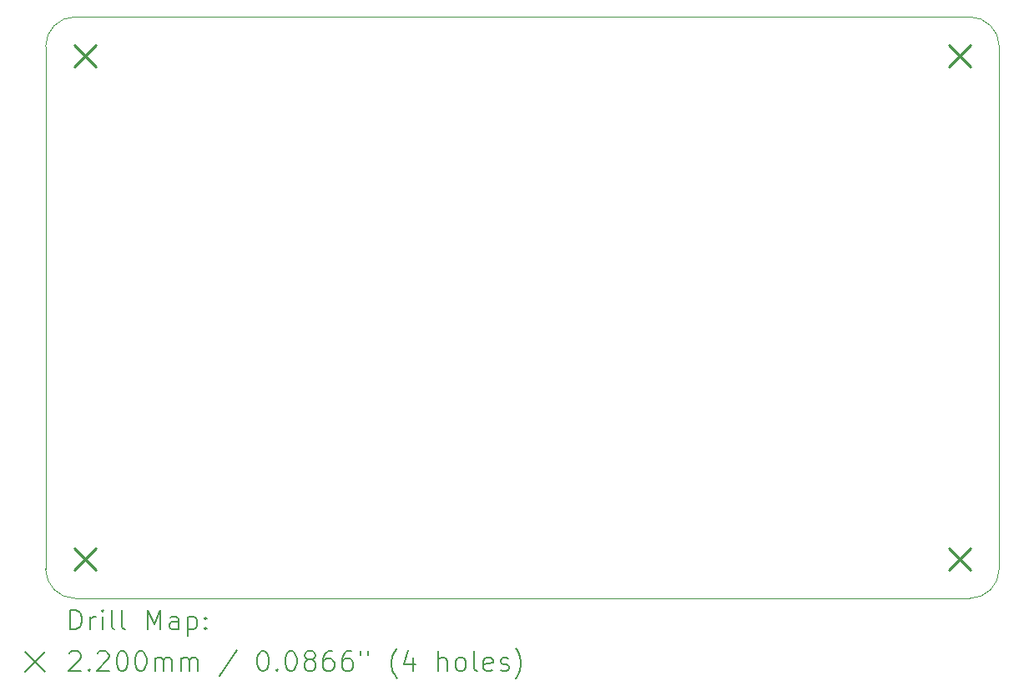
<source format=gbr>
%TF.GenerationSoftware,KiCad,Pcbnew,(6.0.7-1)-1*%
%TF.CreationDate,2022-08-16T19:52:38+02:00*%
%TF.ProjectId,wrist-support,77726973-742d-4737-9570-706f72742e6b,rev?*%
%TF.SameCoordinates,Original*%
%TF.FileFunction,Drillmap*%
%TF.FilePolarity,Positive*%
%FSLAX45Y45*%
G04 Gerber Fmt 4.5, Leading zero omitted, Abs format (unit mm)*
G04 Created by KiCad (PCBNEW (6.0.7-1)-1) date 2022-08-16 19:52:38*
%MOMM*%
%LPD*%
G01*
G04 APERTURE LIST*
%ADD10C,0.100000*%
%ADD11C,0.200000*%
%ADD12C,0.220000*%
G04 APERTURE END LIST*
D10*
X9675000Y-5600000D02*
X9675000Y-300000D01*
X0Y-5600000D02*
G75*
G03*
X300000Y-5900000I300000J0D01*
G01*
X300000Y0D02*
G75*
G03*
X0Y-300000I0J-300000D01*
G01*
X0Y-300000D02*
X0Y-5600000D01*
X9675000Y-300000D02*
G75*
G03*
X9375000Y0I-300000J0D01*
G01*
X300000Y0D02*
X9375000Y0D01*
X300000Y-5900000D02*
X9375000Y-5900000D01*
X9375000Y-5900000D02*
G75*
G03*
X9675000Y-5600000I0J300000D01*
G01*
D11*
D12*
X290000Y-290000D02*
X510000Y-510000D01*
X510000Y-290000D02*
X290000Y-510000D01*
X290000Y-5390000D02*
X510000Y-5610000D01*
X510000Y-5390000D02*
X290000Y-5610000D01*
X9165000Y-290000D02*
X9385000Y-510000D01*
X9385000Y-290000D02*
X9165000Y-510000D01*
X9165000Y-5390000D02*
X9385000Y-5610000D01*
X9385000Y-5390000D02*
X9165000Y-5610000D01*
D11*
X252619Y-6215476D02*
X252619Y-6015476D01*
X300238Y-6015476D01*
X328810Y-6025000D01*
X347857Y-6044048D01*
X357381Y-6063095D01*
X366905Y-6101190D01*
X366905Y-6129762D01*
X357381Y-6167857D01*
X347857Y-6186905D01*
X328810Y-6205952D01*
X300238Y-6215476D01*
X252619Y-6215476D01*
X452619Y-6215476D02*
X452619Y-6082143D01*
X452619Y-6120238D02*
X462143Y-6101190D01*
X471667Y-6091667D01*
X490714Y-6082143D01*
X509762Y-6082143D01*
X576429Y-6215476D02*
X576429Y-6082143D01*
X576429Y-6015476D02*
X566905Y-6025000D01*
X576429Y-6034524D01*
X585952Y-6025000D01*
X576429Y-6015476D01*
X576429Y-6034524D01*
X700238Y-6215476D02*
X681190Y-6205952D01*
X671667Y-6186905D01*
X671667Y-6015476D01*
X805000Y-6215476D02*
X785952Y-6205952D01*
X776428Y-6186905D01*
X776428Y-6015476D01*
X1033571Y-6215476D02*
X1033571Y-6015476D01*
X1100238Y-6158333D01*
X1166905Y-6015476D01*
X1166905Y-6215476D01*
X1347857Y-6215476D02*
X1347857Y-6110714D01*
X1338333Y-6091667D01*
X1319286Y-6082143D01*
X1281190Y-6082143D01*
X1262143Y-6091667D01*
X1347857Y-6205952D02*
X1328810Y-6215476D01*
X1281190Y-6215476D01*
X1262143Y-6205952D01*
X1252619Y-6186905D01*
X1252619Y-6167857D01*
X1262143Y-6148809D01*
X1281190Y-6139286D01*
X1328810Y-6139286D01*
X1347857Y-6129762D01*
X1443095Y-6082143D02*
X1443095Y-6282143D01*
X1443095Y-6091667D02*
X1462143Y-6082143D01*
X1500238Y-6082143D01*
X1519286Y-6091667D01*
X1528809Y-6101190D01*
X1538333Y-6120238D01*
X1538333Y-6177381D01*
X1528809Y-6196428D01*
X1519286Y-6205952D01*
X1500238Y-6215476D01*
X1462143Y-6215476D01*
X1443095Y-6205952D01*
X1624048Y-6196428D02*
X1633571Y-6205952D01*
X1624048Y-6215476D01*
X1614524Y-6205952D01*
X1624048Y-6196428D01*
X1624048Y-6215476D01*
X1624048Y-6091667D02*
X1633571Y-6101190D01*
X1624048Y-6110714D01*
X1614524Y-6101190D01*
X1624048Y-6091667D01*
X1624048Y-6110714D01*
X-205000Y-6445000D02*
X-5000Y-6645000D01*
X-5000Y-6445000D02*
X-205000Y-6645000D01*
X243095Y-6454524D02*
X252619Y-6445000D01*
X271667Y-6435476D01*
X319286Y-6435476D01*
X338333Y-6445000D01*
X347857Y-6454524D01*
X357381Y-6473571D01*
X357381Y-6492619D01*
X347857Y-6521190D01*
X233571Y-6635476D01*
X357381Y-6635476D01*
X443095Y-6616428D02*
X452619Y-6625952D01*
X443095Y-6635476D01*
X433571Y-6625952D01*
X443095Y-6616428D01*
X443095Y-6635476D01*
X528810Y-6454524D02*
X538333Y-6445000D01*
X557381Y-6435476D01*
X605000Y-6435476D01*
X624048Y-6445000D01*
X633571Y-6454524D01*
X643095Y-6473571D01*
X643095Y-6492619D01*
X633571Y-6521190D01*
X519286Y-6635476D01*
X643095Y-6635476D01*
X766905Y-6435476D02*
X785952Y-6435476D01*
X805000Y-6445000D01*
X814524Y-6454524D01*
X824048Y-6473571D01*
X833571Y-6511667D01*
X833571Y-6559286D01*
X824048Y-6597381D01*
X814524Y-6616428D01*
X805000Y-6625952D01*
X785952Y-6635476D01*
X766905Y-6635476D01*
X747857Y-6625952D01*
X738333Y-6616428D01*
X728809Y-6597381D01*
X719286Y-6559286D01*
X719286Y-6511667D01*
X728809Y-6473571D01*
X738333Y-6454524D01*
X747857Y-6445000D01*
X766905Y-6435476D01*
X957381Y-6435476D02*
X976428Y-6435476D01*
X995476Y-6445000D01*
X1005000Y-6454524D01*
X1014524Y-6473571D01*
X1024048Y-6511667D01*
X1024048Y-6559286D01*
X1014524Y-6597381D01*
X1005000Y-6616428D01*
X995476Y-6625952D01*
X976428Y-6635476D01*
X957381Y-6635476D01*
X938333Y-6625952D01*
X928809Y-6616428D01*
X919286Y-6597381D01*
X909762Y-6559286D01*
X909762Y-6511667D01*
X919286Y-6473571D01*
X928809Y-6454524D01*
X938333Y-6445000D01*
X957381Y-6435476D01*
X1109762Y-6635476D02*
X1109762Y-6502143D01*
X1109762Y-6521190D02*
X1119286Y-6511667D01*
X1138333Y-6502143D01*
X1166905Y-6502143D01*
X1185952Y-6511667D01*
X1195476Y-6530714D01*
X1195476Y-6635476D01*
X1195476Y-6530714D02*
X1205000Y-6511667D01*
X1224048Y-6502143D01*
X1252619Y-6502143D01*
X1271667Y-6511667D01*
X1281190Y-6530714D01*
X1281190Y-6635476D01*
X1376429Y-6635476D02*
X1376429Y-6502143D01*
X1376429Y-6521190D02*
X1385952Y-6511667D01*
X1405000Y-6502143D01*
X1433571Y-6502143D01*
X1452619Y-6511667D01*
X1462143Y-6530714D01*
X1462143Y-6635476D01*
X1462143Y-6530714D02*
X1471667Y-6511667D01*
X1490714Y-6502143D01*
X1519286Y-6502143D01*
X1538333Y-6511667D01*
X1547857Y-6530714D01*
X1547857Y-6635476D01*
X1938333Y-6425952D02*
X1766905Y-6683095D01*
X2195476Y-6435476D02*
X2214524Y-6435476D01*
X2233571Y-6445000D01*
X2243095Y-6454524D01*
X2252619Y-6473571D01*
X2262143Y-6511667D01*
X2262143Y-6559286D01*
X2252619Y-6597381D01*
X2243095Y-6616428D01*
X2233571Y-6625952D01*
X2214524Y-6635476D01*
X2195476Y-6635476D01*
X2176429Y-6625952D01*
X2166905Y-6616428D01*
X2157381Y-6597381D01*
X2147857Y-6559286D01*
X2147857Y-6511667D01*
X2157381Y-6473571D01*
X2166905Y-6454524D01*
X2176429Y-6445000D01*
X2195476Y-6435476D01*
X2347857Y-6616428D02*
X2357381Y-6625952D01*
X2347857Y-6635476D01*
X2338333Y-6625952D01*
X2347857Y-6616428D01*
X2347857Y-6635476D01*
X2481190Y-6435476D02*
X2500238Y-6435476D01*
X2519286Y-6445000D01*
X2528810Y-6454524D01*
X2538333Y-6473571D01*
X2547857Y-6511667D01*
X2547857Y-6559286D01*
X2538333Y-6597381D01*
X2528810Y-6616428D01*
X2519286Y-6625952D01*
X2500238Y-6635476D01*
X2481190Y-6635476D01*
X2462143Y-6625952D01*
X2452619Y-6616428D01*
X2443095Y-6597381D01*
X2433571Y-6559286D01*
X2433571Y-6511667D01*
X2443095Y-6473571D01*
X2452619Y-6454524D01*
X2462143Y-6445000D01*
X2481190Y-6435476D01*
X2662143Y-6521190D02*
X2643095Y-6511667D01*
X2633571Y-6502143D01*
X2624048Y-6483095D01*
X2624048Y-6473571D01*
X2633571Y-6454524D01*
X2643095Y-6445000D01*
X2662143Y-6435476D01*
X2700238Y-6435476D01*
X2719286Y-6445000D01*
X2728810Y-6454524D01*
X2738333Y-6473571D01*
X2738333Y-6483095D01*
X2728810Y-6502143D01*
X2719286Y-6511667D01*
X2700238Y-6521190D01*
X2662143Y-6521190D01*
X2643095Y-6530714D01*
X2633571Y-6540238D01*
X2624048Y-6559286D01*
X2624048Y-6597381D01*
X2633571Y-6616428D01*
X2643095Y-6625952D01*
X2662143Y-6635476D01*
X2700238Y-6635476D01*
X2719286Y-6625952D01*
X2728810Y-6616428D01*
X2738333Y-6597381D01*
X2738333Y-6559286D01*
X2728810Y-6540238D01*
X2719286Y-6530714D01*
X2700238Y-6521190D01*
X2909762Y-6435476D02*
X2871667Y-6435476D01*
X2852619Y-6445000D01*
X2843095Y-6454524D01*
X2824048Y-6483095D01*
X2814524Y-6521190D01*
X2814524Y-6597381D01*
X2824048Y-6616428D01*
X2833571Y-6625952D01*
X2852619Y-6635476D01*
X2890714Y-6635476D01*
X2909762Y-6625952D01*
X2919286Y-6616428D01*
X2928809Y-6597381D01*
X2928809Y-6549762D01*
X2919286Y-6530714D01*
X2909762Y-6521190D01*
X2890714Y-6511667D01*
X2852619Y-6511667D01*
X2833571Y-6521190D01*
X2824048Y-6530714D01*
X2814524Y-6549762D01*
X3100238Y-6435476D02*
X3062143Y-6435476D01*
X3043095Y-6445000D01*
X3033571Y-6454524D01*
X3014524Y-6483095D01*
X3005000Y-6521190D01*
X3005000Y-6597381D01*
X3014524Y-6616428D01*
X3024048Y-6625952D01*
X3043095Y-6635476D01*
X3081190Y-6635476D01*
X3100238Y-6625952D01*
X3109762Y-6616428D01*
X3119286Y-6597381D01*
X3119286Y-6549762D01*
X3109762Y-6530714D01*
X3100238Y-6521190D01*
X3081190Y-6511667D01*
X3043095Y-6511667D01*
X3024048Y-6521190D01*
X3014524Y-6530714D01*
X3005000Y-6549762D01*
X3195476Y-6435476D02*
X3195476Y-6473571D01*
X3271667Y-6435476D02*
X3271667Y-6473571D01*
X3566905Y-6711667D02*
X3557381Y-6702143D01*
X3538333Y-6673571D01*
X3528809Y-6654524D01*
X3519286Y-6625952D01*
X3509762Y-6578333D01*
X3509762Y-6540238D01*
X3519286Y-6492619D01*
X3528809Y-6464048D01*
X3538333Y-6445000D01*
X3557381Y-6416428D01*
X3566905Y-6406905D01*
X3728809Y-6502143D02*
X3728809Y-6635476D01*
X3681190Y-6425952D02*
X3633571Y-6568809D01*
X3757381Y-6568809D01*
X3985952Y-6635476D02*
X3985952Y-6435476D01*
X4071667Y-6635476D02*
X4071667Y-6530714D01*
X4062143Y-6511667D01*
X4043095Y-6502143D01*
X4014524Y-6502143D01*
X3995476Y-6511667D01*
X3985952Y-6521190D01*
X4195476Y-6635476D02*
X4176428Y-6625952D01*
X4166905Y-6616428D01*
X4157381Y-6597381D01*
X4157381Y-6540238D01*
X4166905Y-6521190D01*
X4176428Y-6511667D01*
X4195476Y-6502143D01*
X4224048Y-6502143D01*
X4243095Y-6511667D01*
X4252619Y-6521190D01*
X4262143Y-6540238D01*
X4262143Y-6597381D01*
X4252619Y-6616428D01*
X4243095Y-6625952D01*
X4224048Y-6635476D01*
X4195476Y-6635476D01*
X4376429Y-6635476D02*
X4357381Y-6625952D01*
X4347857Y-6606905D01*
X4347857Y-6435476D01*
X4528810Y-6625952D02*
X4509762Y-6635476D01*
X4471667Y-6635476D01*
X4452619Y-6625952D01*
X4443095Y-6606905D01*
X4443095Y-6530714D01*
X4452619Y-6511667D01*
X4471667Y-6502143D01*
X4509762Y-6502143D01*
X4528810Y-6511667D01*
X4538333Y-6530714D01*
X4538333Y-6549762D01*
X4443095Y-6568809D01*
X4614524Y-6625952D02*
X4633571Y-6635476D01*
X4671667Y-6635476D01*
X4690714Y-6625952D01*
X4700238Y-6606905D01*
X4700238Y-6597381D01*
X4690714Y-6578333D01*
X4671667Y-6568809D01*
X4643095Y-6568809D01*
X4624048Y-6559286D01*
X4614524Y-6540238D01*
X4614524Y-6530714D01*
X4624048Y-6511667D01*
X4643095Y-6502143D01*
X4671667Y-6502143D01*
X4690714Y-6511667D01*
X4766905Y-6711667D02*
X4776429Y-6702143D01*
X4795476Y-6673571D01*
X4805000Y-6654524D01*
X4814524Y-6625952D01*
X4824048Y-6578333D01*
X4824048Y-6540238D01*
X4814524Y-6492619D01*
X4805000Y-6464048D01*
X4795476Y-6445000D01*
X4776429Y-6416428D01*
X4766905Y-6406905D01*
M02*

</source>
